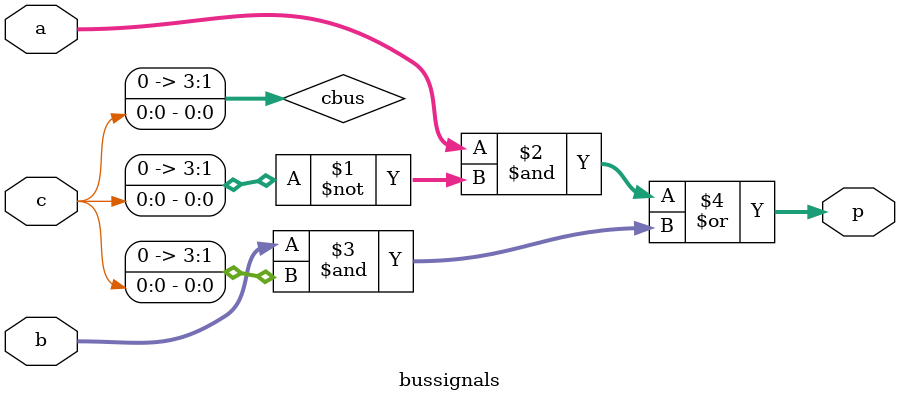
<source format=v>
module bussignals(
    input wire [3:0] a,
    input wire [3:0] b,
    input c,
    output wire [3:0] p
);
wire [3:0] cbus;

assign cbus = {{c}};

assign p = (a & (~cbus) | (b & cbus));

endmodule


</source>
